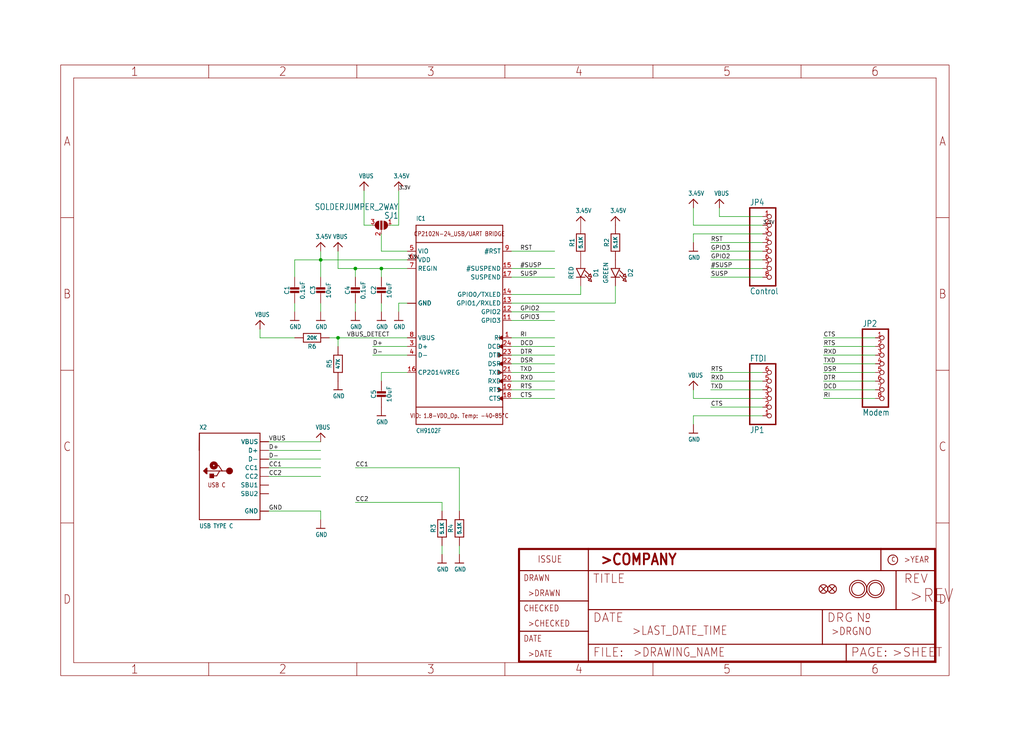
<source format=kicad_sch>
(kicad_sch (version 20211123) (generator eeschema)
  (paper "User" 300.076 217.881)
  (lib_symbols
    (symbol "eagleSchem-eagle-import:3.3V" (power)
      (property "Value" "3.3V" (at -1.524 1.016 0))
      (symbol "3.3V_1_0"
        (polyline (pts (xy -1.27 -1.27) (xy 0 0)) (stroke (width 0.254)))
        (polyline (pts (xy 0 0) (xy 1.27 -1.27)) (stroke (width 0.254)))
        (pin power_in line (at 0 -2.54 90) (length 2.54) (name "3.3V") (number "1"))
      )
    )
    (symbol "eagleSchem-eagle-import:CAP_CERAMIC0603_NO"
      (property "Reference" "C" (at -2.29 1.25 90))
      (property "Value" "CAP_CERAMIC0603_NO" (at 2.3 1.25 90))
      (symbol "CAP_CERAMIC0603_NO_1_0"
        (rectangle (start -1.27 0.508) (end 1.27 1.016) (fill (type outline)))
        (rectangle (start -1.27 1.524) (end 1.27 2.032) (fill (type outline)))
        (polyline (pts (xy 0 0.762) (xy 0 0)) (stroke (width 0.1524)))
        (polyline (pts (xy 0 2.54) (xy 0 1.778)) (stroke (width 0.1524)))
        (pin passive line (at 0 5.08 270) (length 2.54) (name "1") (number "1"))
        (pin passive line (at 0 -2.54 90) (length 2.54) (name "2") (number "2"))
      )
    )
    (symbol "eagleSchem-eagle-import:CAP_CERAMIC0805-NOOUTLINE"
      (property "Reference" "C" (at -2.29 1.25 90))
      (property "Value" "CAP_CERAMIC0805-NOOUTLINE" (at 2.3 1.25 90))
      (symbol "CAP_CERAMIC0805-NOOUTLINE_1_0"
        (rectangle (start -1.27 0.508) (end 1.27 1.016) (fill (type outline)))
        (rectangle (start -1.27 1.524) (end 1.27 2.032) (fill (type outline)))
        (polyline (pts (xy 0 0.762) (xy 0 0)) (stroke (width 0.1524)))
        (polyline (pts (xy 0 2.54) (xy 0 1.778)) (stroke (width 0.1524)))
        (pin passive line (at 0 5.08 270) (length 2.54) (name "1") (number "1"))
        (pin passive line (at 0 -2.54 90) (length 2.54) (name "2") (number "2"))
      )
    )
    (symbol "eagleSchem-eagle-import:CP2102N-24"
      (property "Reference" "IC" (at -12.7 29.21 0))
      (property "Value" "CP2102N-24" (at -12.7 -33.02 0))
      (symbol "CP2102N-24_1_0"
        (polyline (pts (xy -12.7 -30.48) (xy 12.7 -30.48)) (stroke (width 0.254)))
        (polyline (pts (xy -12.7 -25.4) (xy -12.7 -30.48)) (stroke (width 0.254)))
        (polyline (pts (xy -12.7 -25.4) (xy -12.7 22.86)) (stroke (width 0.254)))
        (polyline (pts (xy -12.7 22.86) (xy -12.7 27.94)) (stroke (width 0.254)))
        (polyline (pts (xy -12.7 22.86) (xy 12.7 22.86)) (stroke (width 0.254)))
        (polyline (pts (xy -12.7 27.94) (xy 12.7 27.94)) (stroke (width 0.254)))
        (polyline (pts (xy 12.7 -30.48) (xy 12.7 -25.4)) (stroke (width 0.254)))
        (polyline (pts (xy 12.7 -25.4) (xy -12.7 -25.4)) (stroke (width 0.254)))
        (polyline (pts (xy 12.7 22.86) (xy 12.7 -25.4)) (stroke (width 0.254)))
        (polyline (pts (xy 12.7 27.94) (xy 12.7 22.86)) (stroke (width 0.254)))
        (polyline (pts (xy 11.43 -19.685) (xy 11.43 -20.955) (xy 12.7 -20.32)) (fill (type outline)))
        (polyline (pts (xy 11.43 -14.605) (xy 11.43 -15.875) (xy 12.7 -15.24)) (fill (type outline)))
        (polyline (pts (xy 11.43 -9.525) (xy 11.43 -10.795) (xy 12.7 -10.16)) (fill (type outline)))
        (polyline (pts (xy 12.7 -22.225) (xy 11.43 -22.86) (xy 12.7 -23.495)) (fill (type outline)))
        (polyline (pts (xy 12.7 -17.145) (xy 11.43 -17.78) (xy 12.7 -18.415)) (fill (type outline)))
        (polyline (pts (xy 12.7 -12.065) (xy 11.43 -12.7) (xy 12.7 -13.335)) (fill (type outline)))
        (polyline (pts (xy 12.7 -6.985) (xy 11.43 -7.62) (xy 12.7 -8.255)) (fill (type outline)))
        (polyline (pts (xy 12.7 -4.445) (xy 11.43 -5.08) (xy 12.7 -5.715)) (fill (type outline)))
        (text "CP2102N-24_USB/UART BRIDGE" (at 0 25.4 0) (effects (font (size 1.27 1.0795))))
        (text "VIO: 1.8-VDD_Op. Temp: -40~85°C" (at 0 -27.94 0) (effects (font (size 1.27 1.0795))))
        (pin input line (at 15.24 -5.08 180) (length 2.54) (name "RI") (number "1"))
        (pin bidirectional line (at 15.24 0 180) (length 2.54) (name "GPIO3") (number "11"))
        (pin bidirectional line (at 15.24 2.54 180) (length 2.54) (name "GPIO2") (number "12"))
        (pin bidirectional line (at 15.24 5.08 180) (length 2.54) (name "GPIO1/RXLED") (number "13"))
        (pin bidirectional line (at 15.24 7.62 180) (length 2.54) (name "GPIO0/TXLED") (number "14"))
        (pin output line (at 15.24 15.24 180) (length 2.54) (name "#SUSPEND") (number "15"))
        (pin passive line (at -15.24 -15.24 0) (length 2.54) (name "CP2014VREG") (number "16"))
        (pin output line (at 15.24 12.7 180) (length 2.54) (name "SUSPEND") (number "17"))
        (pin input line (at 15.24 -22.86 180) (length 2.54) (name "CTS") (number "18"))
        (pin output line (at 15.24 -20.32 180) (length 2.54) (name "RTS") (number "19"))
        (pin power_in line (at -15.24 5.08 0) (length 2.54) (name "GND") (number "2"))
        (pin input line (at 15.24 -17.78 180) (length 2.54) (name "RXD") (number "20"))
        (pin output line (at 15.24 -15.24 180) (length 2.54) (name "TXD") (number "21"))
        (pin input line (at 15.24 -12.7 180) (length 2.54) (name "DSR") (number "22"))
        (pin output line (at 15.24 -10.16 180) (length 2.54) (name "DTR") (number "23"))
        (pin input line (at 15.24 -7.62 180) (length 2.54) (name "DCD") (number "24"))
        (pin bidirectional line (at -15.24 -7.62 0) (length 2.54) (name "D+") (number "3"))
        (pin bidirectional line (at -15.24 -10.16 0) (length 2.54) (name "D-") (number "4"))
        (pin power_in line (at -15.24 20.32 0) (length 2.54) (name "VIO") (number "5"))
        (pin power_in line (at -15.24 17.78 0) (length 2.54) (name "VDD") (number "6"))
        (pin power_in line (at -15.24 15.24 0) (length 2.54) (name "REGIN") (number "7"))
        (pin power_in line (at -15.24 -5.08 0) (length 2.54) (name "VBUS") (number "8"))
        (pin bidirectional line (at 15.24 20.32 180) (length 2.54) (name "#RST") (number "9"))
        (pin power_in line (at -15.24 5.08 0) (length 2.54) (name "GND") (number "THERM"))
      )
    )
    (symbol "eagleSchem-eagle-import:FIDUCIAL_1MM"
      (symbol "FIDUCIAL_1MM_1_0"
        (polyline (pts (xy -0.762 0.762) (xy 0.762 -0.762)) (stroke (width 0.254)))
        (polyline (pts (xy 0.762 0.762) (xy -0.762 -0.762)) (stroke (width 0.254)))
        (circle (center 0 0) (radius 1.27) (stroke (width 0.254)))
      )
    )
    (symbol "eagleSchem-eagle-import:FRAME_A4"
      (symbol "FRAME_A4_1_0"
        (polyline (pts (xy 0 44.7675) (xy 3.81 44.7675)))
        (polyline (pts (xy 0 89.535) (xy 3.81 89.535)))
        (polyline (pts (xy 0 134.3025) (xy 3.81 134.3025)))
        (polyline (pts (xy 3.81 3.81) (xy 3.81 175.26)))
        (polyline (pts (xy 43.3917 0) (xy 43.3917 3.81)))
        (polyline (pts (xy 43.3917 175.26) (xy 43.3917 179.07)))
        (polyline (pts (xy 86.7833 0) (xy 86.7833 3.81)))
        (polyline (pts (xy 86.7833 175.26) (xy 86.7833 179.07)))
        (polyline (pts (xy 130.175 0) (xy 130.175 3.81)))
        (polyline (pts (xy 130.175 175.26) (xy 130.175 179.07)))
        (polyline (pts (xy 173.5667 0) (xy 173.5667 3.81)))
        (polyline (pts (xy 173.5667 175.26) (xy 173.5667 179.07)))
        (polyline (pts (xy 216.9583 0) (xy 216.9583 3.81)))
        (polyline (pts (xy 216.9583 175.26) (xy 216.9583 179.07)))
        (polyline (pts (xy 256.54 3.81) (xy 3.81 3.81)))
        (polyline (pts (xy 256.54 3.81) (xy 256.54 8.89)) (stroke (width 0.1016)))
        (polyline (pts (xy 256.54 3.81) (xy 256.54 175.26)))
        (polyline (pts (xy 256.54 8.89) (xy 256.54 13.97)) (stroke (width 0.1016)))
        (polyline (pts (xy 256.54 13.97) (xy 256.54 19.05)) (stroke (width 0.1016)))
        (polyline (pts (xy 256.54 19.05) (xy 256.54 36.83)) (stroke (width 0.1016)))
        (polyline (pts (xy 256.54 44.7675) (xy 260.35 44.7675)))
        (polyline (pts (xy 256.54 89.535) (xy 260.35 89.535)))
        (polyline (pts (xy 256.54 134.3025) (xy 260.35 134.3025)))
        (polyline (pts (xy 256.54 175.26) (xy 3.81 175.26)))
        (polyline (pts (xy 0 0) (xy 260.35 0) (xy 260.35 179.07) (xy 0 179.07) (xy 0 0)))
        (text "1" (at 21.6958 1.905 0) (effects (font (size 2.54 2.286))))
        (text "1" (at 21.6958 177.165 0) (effects (font (size 2.54 2.286))))
        (text "2" (at 65.0875 1.905 0) (effects (font (size 2.54 2.286))))
        (text "2" (at 65.0875 177.165 0) (effects (font (size 2.54 2.286))))
        (text "3" (at 108.4792 1.905 0) (effects (font (size 2.54 2.286))))
        (text "3" (at 108.4792 177.165 0) (effects (font (size 2.54 2.286))))
        (text "4" (at 151.8708 1.905 0) (effects (font (size 2.54 2.286))))
        (text "4" (at 151.8708 177.165 0) (effects (font (size 2.54 2.286))))
        (text "5" (at 195.2625 1.905 0) (effects (font (size 2.54 2.286))))
        (text "5" (at 195.2625 177.165 0) (effects (font (size 2.54 2.286))))
        (text "6" (at 238.6542 1.905 0) (effects (font (size 2.54 2.286))))
        (text "6" (at 238.6542 177.165 0) (effects (font (size 2.54 2.286))))
        (text "A" (at 1.905 156.6863 0) (effects (font (size 2.54 2.286))))
        (text "A" (at 258.445 156.6863 0) (effects (font (size 2.54 2.286))))
        (text "B" (at 1.905 111.9188 0) (effects (font (size 2.54 2.286))))
        (text "B" (at 258.445 111.9188 0) (effects (font (size 2.54 2.286))))
        (text "C" (at 1.905 67.1513 0) (effects (font (size 2.54 2.286))))
        (text "C" (at 258.445 67.1513 0) (effects (font (size 2.54 2.286))))
        (text "D" (at 1.905 22.3838 0) (effects (font (size 2.54 2.286))))
        (text "D" (at 258.445 22.3838 0) (effects (font (size 2.54 2.286))))
      )
      (symbol "FRAME_A4_2_0"
        (polyline (pts (xy -0.3048 1.5748) (xy 20.0152 1.5748)) (stroke (width 0.6096)))
        (polyline (pts (xy -0.3048 10.4648) (xy -0.3048 1.5748)) (stroke (width 0.6096)))
        (polyline (pts (xy -0.3048 10.4648) (xy 20.0152 10.4648)) (stroke (width 0.3048)))
        (polyline (pts (xy -0.3048 19.3548) (xy -0.3048 10.4648)) (stroke (width 0.6096)))
        (polyline (pts (xy -0.3048 19.3548) (xy 20.0152 19.3548)) (stroke (width 0.3048)))
        (polyline (pts (xy -0.3048 28.2448) (xy -0.3048 19.3548)) (stroke (width 0.6096)))
        (polyline (pts (xy -0.3048 28.2448) (xy 20.0152 28.2448)) (stroke (width 0.3048)))
        (polyline (pts (xy -0.3048 34.5948) (xy -0.3048 28.2448)) (stroke (width 0.6096)))
        (polyline (pts (xy 20.0152 1.5748) (xy 20.0152 6.6548)) (stroke (width 0.3048)))
        (polyline (pts (xy 20.0152 1.5748) (xy 95.5802 1.5748)) (stroke (width 0.6096)))
        (polyline (pts (xy 20.0152 6.6548) (xy 20.0152 10.4648)) (stroke (width 0.3048)))
        (polyline (pts (xy 20.0152 6.6548) (xy 88.5952 6.6548)) (stroke (width 0.3048)))
        (polyline (pts (xy 20.0152 10.4648) (xy 20.0152 16.8148)) (stroke (width 0.3048)))
        (polyline (pts (xy 20.0152 16.8148) (xy 20.0152 19.3548)) (stroke (width 0.3048)))
        (polyline (pts (xy 20.0152 19.3548) (xy 20.0152 28.2448)) (stroke (width 0.3048)))
        (polyline (pts (xy 20.0152 28.2448) (xy 20.0152 34.5948)) (stroke (width 0.3048)))
        (polyline (pts (xy 20.0152 28.2448) (xy 105.7402 28.2448)) (stroke (width 0.3048)))
        (polyline (pts (xy 20.0152 34.5948) (xy -0.3048 34.5948)) (stroke (width 0.6096)))
        (polyline (pts (xy 88.5952 6.6548) (xy 95.5802 6.6548)) (stroke (width 0.3048)))
        (polyline (pts (xy 88.5952 16.8148) (xy 20.0152 16.8148)) (stroke (width 0.3048)))
        (polyline (pts (xy 88.5952 16.8148) (xy 88.5952 6.6548)) (stroke (width 0.3048)))
        (polyline (pts (xy 95.5802 1.5748) (xy 121.6152 1.5748)) (stroke (width 0.6096)))
        (polyline (pts (xy 95.5802 6.6548) (xy 95.5802 1.5748)) (stroke (width 0.3048)))
        (polyline (pts (xy 95.5802 6.6548) (xy 121.6152 6.6548)) (stroke (width 0.3048)))
        (polyline (pts (xy 101.2952 13.3223) (xy 102.2477 13.3223)) (stroke (width 0.254)))
        (polyline (pts (xy 105.7402 28.2448) (xy 105.7402 34.5948)) (stroke (width 0.3048)))
        (polyline (pts (xy 105.7402 28.2448) (xy 110.1852 28.2448)) (stroke (width 0.3048)))
        (polyline (pts (xy 105.7402 34.5948) (xy 20.0152 34.5948)) (stroke (width 0.6096)))
        (polyline (pts (xy 110.1852 16.8148) (xy 88.5952 16.8148)) (stroke (width 0.3048)))
        (polyline (pts (xy 110.1852 28.2448) (xy 110.1852 16.8148)) (stroke (width 0.3048)))
        (polyline (pts (xy 110.1852 28.2448) (xy 121.6152 28.2448)) (stroke (width 0.3048)))
        (polyline (pts (xy 121.6152 6.6548) (xy 121.6152 1.5748)) (stroke (width 0.6096)))
        (polyline (pts (xy 121.6152 16.8148) (xy 110.1852 16.8148)) (stroke (width 0.3048)))
        (polyline (pts (xy 121.6152 16.8148) (xy 121.6152 6.6548)) (stroke (width 0.6096)))
        (polyline (pts (xy 121.6152 28.2448) (xy 121.6152 16.8148)) (stroke (width 0.6096)))
        (polyline (pts (xy 121.6152 34.5948) (xy 105.7402 34.5948)) (stroke (width 0.6096)))
        (polyline (pts (xy 121.6152 34.5948) (xy 121.6152 28.2448)) (stroke (width 0.6096)))
        (circle (center 109.2327 31.4198) (radius 1.4199) (stroke (width 0.254)))
        (text ">CHECKED" (at 2.2352 11.7348 0) (effects (font (size 1.778 1.5113)) (justify left bottom)))
        (text ">COMPANY" (at 23.349 29.6735 0) (effects (font (size 3.175 2.6987) (thickness 0.5397) bold) (justify left bottom)))
        (text ">DATE" (at 2.2352 2.8448 0) (effects (font (size 1.778 1.5113)) (justify left bottom)))
        (text ">DRAWING_NAME" (at 33.0327 2.8448 0) (effects (font (size 2.54 2.159)) (justify left bottom)))
        (text ">DRAWN" (at 2.2352 20.6248 0) (effects (font (size 1.778 1.5113)) (justify left bottom)))
        (text ">DRGNO" (at 91.1352 9.1948 0) (effects (font (size 2.1844 1.8567)) (justify left bottom)))
        (text ">LAST_DATE_TIME" (at 32.7152 9.1948 0) (effects (font (size 2.54 2.159)) (justify left bottom)))
        (text ">REV" (at 113.9952 18.7198 0) (effects (font (size 3.81 3.2385)) (justify left bottom)))
        (text ">SHEET" (at 108.9152 2.8448 0) (effects (font (size 2.54 2.54)) (justify left bottom)))
        (text ">YEAR" (at 112.4077 30.4673 0) (effects (font (size 1.778 1.5113)) (justify left bottom)))
        (text "C" (at 108.7564 30.7848 0) (effects (font (size 1.27 1.0795)) (justify left bottom)))
        (text "CHECKED" (at 0.9652 16.1798 0) (effects (font (size 1.778 1.5113)) (justify left bottom)))
        (text "DATE" (at 0.9652 7.2898 0) (effects (font (size 1.778 1.5113)) (justify left bottom)))
        (text "DATE" (at 21.2852 13.0048 0) (effects (font (size 2.54 2.54)) (justify left bottom)))
        (text "DRAWN" (at 0.9652 25.0698 0) (effects (font (size 1.778 1.5113)) (justify left bottom)))
        (text "DRG" (at 89.8652 13.0048 0) (effects (font (size 2.54 2.54)) (justify left bottom)))
        (text "FILE:" (at 21.2852 2.8448 0) (effects (font (size 2.54 2.54)) (justify left bottom)))
        (text "ISSUE" (at 5.0927 30.4673 0) (effects (font (size 1.9304 1.6408)) (justify left bottom)))
        (text "N" (at 98.4377 13.0048 0) (effects (font (size 2.54 2.54)) (justify left bottom)))
        (text "o" (at 100.9777 13.9573 0) (effects (font (size 2.1844 1.8567)) (justify left bottom)))
        (text "PAGE:" (at 96.8502 2.8448 0) (effects (font (size 2.54 2.54)) (justify left bottom)))
        (text "REV" (at 112.4077 24.4348 0) (effects (font (size 2.54 2.54)) (justify left bottom)))
        (text "TITLE" (at 21.2852 24.4348 0) (effects (font (size 2.54 2.54)) (justify left bottom)))
      )
    )
    (symbol "eagleSchem-eagle-import:GND" (power)
      (property "Value" "GND" (at -1.524 -2.54 0))
      (symbol "GND_1_0"
        (polyline (pts (xy -1.27 0) (xy 1.27 0)) (stroke (width 0.254)))
        (pin power_in line (at 0 2.54 270) (length 2.54) (name "GND") (number "1"))
      )
    )
    (symbol "eagleSchem-eagle-import:HEADER-1X676MIL"
      (property "Reference" "JP" (at -6.35 10.795 0))
      (property "Value" "HEADER-1X676MIL" (at -6.35 -10.16 0))
      (symbol "HEADER-1X676MIL_1_0"
        (polyline (pts (xy -6.35 -7.62) (xy 1.27 -7.62)) (stroke (width 0.4064)))
        (polyline (pts (xy -6.35 10.16) (xy -6.35 -7.62)) (stroke (width 0.4064)))
        (polyline (pts (xy 1.27 -7.62) (xy 1.27 10.16)) (stroke (width 0.4064)))
        (polyline (pts (xy 1.27 10.16) (xy -6.35 10.16)) (stroke (width 0.4064)))
        (pin passive inverted (at -2.54 7.62 0) (length 2.54) (name "1") (number "1"))
        (pin passive inverted (at -2.54 5.08 0) (length 2.54) (name "2") (number "2"))
        (pin passive inverted (at -2.54 2.54 0) (length 2.54) (name "3") (number "3"))
        (pin passive inverted (at -2.54 0 0) (length 2.54) (name "4") (number "4"))
        (pin passive inverted (at -2.54 -2.54 0) (length 2.54) (name "5") (number "5"))
        (pin passive inverted (at -2.54 -5.08 0) (length 2.54) (name "6") (number "6"))
      )
    )
    (symbol "eagleSchem-eagle-import:HEADER-1X870MIL"
      (property "Reference" "JP" (at -6.35 13.335 0))
      (property "Value" "HEADER-1X870MIL" (at -6.35 -12.7 0))
      (symbol "HEADER-1X870MIL_1_0"
        (polyline (pts (xy -6.35 -10.16) (xy 1.27 -10.16)) (stroke (width 0.4064)))
        (polyline (pts (xy -6.35 12.7) (xy -6.35 -10.16)) (stroke (width 0.4064)))
        (polyline (pts (xy 1.27 -10.16) (xy 1.27 12.7)) (stroke (width 0.4064)))
        (polyline (pts (xy 1.27 12.7) (xy -6.35 12.7)) (stroke (width 0.4064)))
        (pin passive inverted (at -2.54 10.16 0) (length 2.54) (name "1") (number "1"))
        (pin passive inverted (at -2.54 7.62 0) (length 2.54) (name "2") (number "2"))
        (pin passive inverted (at -2.54 5.08 0) (length 2.54) (name "3") (number "3"))
        (pin passive inverted (at -2.54 2.54 0) (length 2.54) (name "4") (number "4"))
        (pin passive inverted (at -2.54 0 0) (length 2.54) (name "5") (number "5"))
        (pin passive inverted (at -2.54 -2.54 0) (length 2.54) (name "6") (number "6"))
        (pin passive inverted (at -2.54 -5.08 0) (length 2.54) (name "7") (number "7"))
        (pin passive inverted (at -2.54 -7.62 0) (length 2.54) (name "8") (number "8"))
      )
    )
    (symbol "eagleSchem-eagle-import:LED0603_NOOUTLINE"
      (property "Reference" "D" (at -1.27 4.445 0))
      (property "Value" "LED0603_NOOUTLINE" (at -1.27 -2.794 0))
      (symbol "LED0603_NOOUTLINE_1_0"
        (polyline (pts (xy -2.54 -1.27) (xy 0 0)) (stroke (width 0.254)))
        (polyline (pts (xy -2.54 1.27) (xy -2.54 -1.27)) (stroke (width 0.254)))
        (polyline (pts (xy -1.905 1.27) (xy -0.635 2.54)) (stroke (width 0.254)))
        (polyline (pts (xy -0.9525 2.8575) (xy -0.3175 2.2225)) (stroke (width 0.254)))
        (polyline (pts (xy -0.635 1.27) (xy 0.635 2.54)) (stroke (width 0.254)))
        (polyline (pts (xy -0.3175 2.2225) (xy 0 3.175)) (stroke (width 0.254)))
        (polyline (pts (xy 0 0) (xy -2.54 1.27)) (stroke (width 0.254)))
        (polyline (pts (xy 0 0) (xy 0 -1.27)) (stroke (width 0.254)))
        (polyline (pts (xy 0 1.27) (xy 0 0)) (stroke (width 0.254)))
        (polyline (pts (xy 0 3.175) (xy -0.9525 2.8575)) (stroke (width 0.254)))
        (polyline (pts (xy 0.3175 2.8575) (xy 0.9525 2.2225)) (stroke (width 0.254)))
        (polyline (pts (xy 0.9525 2.2225) (xy 1.27 3.175)) (stroke (width 0.254)))
        (polyline (pts (xy 1.27 3.175) (xy 0.3175 2.8575)) (stroke (width 0.254)))
        (pin passive line (at -5.08 0 0) (length 2.54) (name "A") (number "A"))
        (pin passive line (at 2.54 0 180) (length 2.54) (name "C") (number "C"))
      )
    )
    (symbol "eagleSchem-eagle-import:MOUNTINGHOLE2.5"
      (symbol "MOUNTINGHOLE2.5_1_0"
        (circle (center 0 0) (radius 1.905) (stroke (width 0.254)))
        (circle (center 0 0) (radius 2.54) (stroke (width 0.254)))
      )
    )
    (symbol "eagleSchem-eagle-import:RESISTOR_0603_NOOUT"
      (property "Reference" "R" (at 0 2.54 0))
      (property "Value" "RESISTOR_0603_NOOUT" (at 0 0 0))
      (symbol "RESISTOR_0603_NOOUT_1_0"
        (polyline (pts (xy -2.54 -1.27) (xy -2.54 1.27)) (stroke (width 0.254)))
        (polyline (pts (xy -2.54 1.27) (xy 2.54 1.27)) (stroke (width 0.254)))
        (polyline (pts (xy 2.54 -1.27) (xy -2.54 -1.27)) (stroke (width 0.254)))
        (polyline (pts (xy 2.54 1.27) (xy 2.54 -1.27)) (stroke (width 0.254)))
        (pin passive line (at -5.08 0 0) (length 2.54) (name "1") (number "1"))
        (pin passive line (at 5.08 0 180) (length 2.54) (name "2") (number "2"))
      )
    )
    (symbol "eagleSchem-eagle-import:SOLDERJUMPER_2WAY"
      (property "Reference" "SJ" (at -5.08 -3.81 0))
      (property "Value" "SOLDERJUMPER_2WAY" (at -5.08 -6.35 0))
      (symbol "SOLDERJUMPER_2WAY_1_0"
        (arc (start -0.635 1.27) (mid -1.905 0) (end -0.635 -1.27) (stroke (width 0.0001)) (fill (type outline)))
        (rectangle (start -0.254 -1.27) (end 0.254 1.27) (fill (type outline)))
        (polyline (pts (xy -2.54 0) (xy -1.651 0)) (stroke (width 0.1524)))
        (polyline (pts (xy 0 2.54) (xy 0 0.381)) (stroke (width 0.1524)))
        (polyline (pts (xy 2.54 0) (xy 1.651 0)) (stroke (width 0.1524)))
        (arc (start 0.635 -1.27) (mid 1.905 0) (end 0.635 1.27) (stroke (width 0.0001)) (fill (type outline)))
        (pin passive line (at -2.54 0 0) (length 0) (name "1") (number "1"))
        (pin passive line (at 0 2.54 270) (length 0) (name "2") (number "2"))
        (pin passive line (at 2.54 0 180) (length 0) (name "3") (number "3"))
      )
    )
    (symbol "eagleSchem-eagle-import:USB_C"
      (property "Reference" "X" (at -10.16 13.716 0))
      (property "Value" "USB_C" (at -10.16 -15.24 0))
      (symbol "USB_C_1_0"
        (rectangle (start -7.12 -0.45) (end -5.92 0.75) (fill (type outline)))
        (circle (center -5.92 3.2) (radius 0.2) (stroke (width 1)))
        (circle (center -1.32 1.6) (radius 0.5) (stroke (width 1)))
        (polyline (pts (xy -10.2 7.62) (xy -10.16 12.7)) (stroke (width 0.254)))
        (polyline (pts (xy -10.16 -12.7) (xy 7.62 -12.7)) (stroke (width 0.254)))
        (polyline (pts (xy -10.16 12.7) (xy -10.16 -12.7)) (stroke (width 0.254)))
        (polyline (pts (xy -10.16 12.7) (xy 7.62 12.7)) (stroke (width 0.254)))
        (polyline (pts (xy -8.92 1.6) (xy -8.12 2.4)) (stroke (width 0.254)))
        (polyline (pts (xy -8.52 1.4) (xy -8.32 1.2)) (stroke (width 0.254)))
        (polyline (pts (xy -8.52 1.6) (xy -8.52 1.4)) (stroke (width 0.254)))
        (polyline (pts (xy -8.32 1.2) (xy -8.32 2)) (stroke (width 0.254)))
        (polyline (pts (xy -8.32 2) (xy -8.72 1.6)) (stroke (width 0.254)))
        (polyline (pts (xy -8.12 0.8) (xy -8.92 1.6)) (stroke (width 0.254)))
        (polyline (pts (xy -8.12 1) (xy -8.12 2.4)) (stroke (width 0.254)))
        (polyline (pts (xy -8.12 2.4) (xy -7.92 2.4)) (stroke (width 0.254)))
        (polyline (pts (xy -7.92 0.8) (xy -8.12 0.8)) (stroke (width 0.254)))
        (polyline (pts (xy -7.92 1.6) (xy -7.92 0.8)) (stroke (width 0.254)))
        (polyline (pts (xy -7.92 2.4) (xy -7.92 1.6)) (stroke (width 0.254)))
        (polyline (pts (xy -6.27 0.15) (xy -5.07 0.15)) (stroke (width 0.254)))
        (polyline (pts (xy -5.52 3.2) (xy -4.52 3.2)) (stroke (width 0.254)))
        (polyline (pts (xy -5.07 0.15) (xy -4.22 1.6)) (stroke (width 0.254)))
        (polyline (pts (xy -4.52 3.2) (xy -3.47 1.6)) (stroke (width 0.254)))
        (polyline (pts (xy -4.22 1.6) (xy -7.92 1.6)) (stroke (width 0.254)))
        (polyline (pts (xy -3.47 1.6) (xy -4.22 1.6)) (stroke (width 0.254)))
        (polyline (pts (xy -1.32 1.6) (xy -3.47 1.6)) (stroke (width 0.254)))
        (polyline (pts (xy 7.62 12.7) (xy 7.62 -12.7)) (stroke (width 0.254)))
        (text "USB C" (at -5.08 -2.54 0) (effects (font (size 1.27 1.0795))))
        (pin power_in line (at 10.16 -10.16 180) (length 2.54) (name "GND") (number "A1B12"))
        (pin power_in line (at 10.16 10.16 180) (length 2.54) (name "VBUS") (number "A4B9"))
        (pin bidirectional line (at 10.16 2.54 180) (length 2.54) (name "CC1") (number "A5"))
        (pin bidirectional line (at 10.16 7.62 180) (length 2.54) (name "D+") (number "A6"))
        (pin bidirectional line (at 10.16 5.08 180) (length 2.54) (name "D-") (number "A7"))
        (pin bidirectional line (at 10.16 -2.54 180) (length 2.54) (name "SBU1") (number "A8"))
        (pin power_in line (at 10.16 -10.16 180) (length 2.54) (name "GND") (number "B1A12"))
        (pin power_in line (at 10.16 10.16 180) (length 2.54) (name "VBUS") (number "B4A9"))
        (pin bidirectional line (at 10.16 0 180) (length 2.54) (name "CC2") (number "B5"))
        (pin bidirectional line (at 10.16 7.62 180) (length 2.54) (name "D+") (number "B6"))
        (pin bidirectional line (at 10.16 5.08 180) (length 2.54) (name "D-") (number "B7"))
        (pin bidirectional line (at 10.16 -5.08 180) (length 2.54) (name "SBU2") (number "B8"))
      )
    )
    (symbol "eagleSchem-eagle-import:VBUS" (power)
      (property "Value" "VBUS" (at -1.524 1.016 0))
      (symbol "VBUS_1_0"
        (polyline (pts (xy -1.27 -1.27) (xy 0 0)) (stroke (width 0.254)))
        (polyline (pts (xy 0 0) (xy 1.27 -1.27)) (stroke (width 0.254)))
        (pin power_in line (at 0 -2.54 90) (length 2.54) (name "VBUS") (number "1"))
      )
    )
  )
  (junction (at 99.06 99.06))
  (junction (at 104.14 78.74))
  (junction (at 93.98 76.2))
  (junction (at 111.76 78.74))
  (wire (pts (xy 223.52 109.22) (xy 208.28 109.22)))
  (wire (pts (xy 162.56 114.3) (xy 149.86 114.3)))
  (wire (pts (xy 208.28 76.2) (xy 223.52 76.2)))
  (wire (pts (xy 149.86 91.44) (xy 162.56 91.44)))
  (wire (pts (xy 104.14 78.74) (xy 104.14 81.28)))
  (wire (pts (xy 223.52 116.84) (xy 203.2 116.84)))
  (wire (pts (xy 111.76 109.22) (xy 111.76 111.76)))
  (wire (pts (xy 93.98 76.2) (xy 93.98 81.28)))
  (wire (pts (xy 116.84 55.88) (xy 116.84 66.04)))
  (wire (pts (xy 119.38 109.22) (xy 111.76 109.22)))
  (wire (pts (xy 99.06 78.74) (xy 99.06 73.66)))
  (wire (pts (xy 93.98 149.86) (xy 93.98 152.4)))
  (wire (pts (xy 256.54 106.68) (xy 241.3 106.68)))
  (wire (pts (xy 119.38 78.74) (xy 111.76 78.74)))
  (wire (pts (xy 111.76 88.9) (xy 111.76 91.44)))
  (wire (pts (xy 116.84 88.9) (xy 116.84 91.44)))
  (wire (pts (xy 223.52 121.92) (xy 203.2 121.92)))
  (wire (pts (xy 208.28 114.3) (xy 223.52 114.3)))
  (wire (pts (xy 241.3 99.06) (xy 256.54 99.06)))
  (wire (pts (xy 180.34 88.9) (xy 180.34 83.82)))
  (wire (pts (xy 78.74 137.16) (xy 93.98 137.16)))
  (wire (pts (xy 93.98 76.2) (xy 86.36 76.2)))
  (wire (pts (xy 203.2 121.92) (xy 203.2 124.46)))
  (wire (pts (xy 129.54 160.02) (xy 129.54 162.56)))
  (wire (pts (xy 149.86 86.36) (xy 170.18 86.36)))
  (wire (pts (xy 241.3 109.22) (xy 256.54 109.22)))
  (wire (pts (xy 86.36 88.9) (xy 86.36 91.44)))
  (wire (pts (xy 149.86 101.6) (xy 162.56 101.6)))
  (wire (pts (xy 134.62 137.16) (xy 134.62 149.86)))
  (wire (pts (xy 99.06 99.06) (xy 99.06 101.6)))
  (wire (pts (xy 116.84 66.04) (xy 114.3 66.04)))
  (wire (pts (xy 111.76 78.74) (xy 104.14 78.74)))
  (wire (pts (xy 223.52 78.74) (xy 208.28 78.74)))
  (wire (pts (xy 149.86 99.06) (xy 162.56 99.06)))
  (wire (pts (xy 210.82 60.96) (xy 210.82 63.5)))
  (wire (pts (xy 203.2 116.84) (xy 203.2 114.3)))
  (wire (pts (xy 149.86 106.68) (xy 162.56 106.68)))
  (wire (pts (xy 119.38 88.9) (xy 116.84 88.9)))
  (wire (pts (xy 106.68 66.04) (xy 106.68 55.88)))
  (wire (pts (xy 149.86 109.22) (xy 162.56 109.22)))
  (wire (pts (xy 149.86 81.28) (xy 162.56 81.28)))
  (wire (pts (xy 149.86 93.98) (xy 162.56 93.98)))
  (wire (pts (xy 149.86 73.66) (xy 162.56 73.66)))
  (wire (pts (xy 104.14 78.74) (xy 99.06 78.74)))
  (wire (pts (xy 241.3 116.84) (xy 256.54 116.84)))
  (wire (pts (xy 78.74 139.7) (xy 93.98 139.7)))
  (wire (pts (xy 223.52 111.76) (xy 208.28 111.76)))
  (wire (pts (xy 256.54 101.6) (xy 241.3 101.6)))
  (wire (pts (xy 111.76 73.66) (xy 111.76 68.58)))
  (wire (pts (xy 223.52 66.04) (xy 203.2 66.04)))
  (wire (pts (xy 129.54 147.32) (xy 129.54 149.86)))
  (wire (pts (xy 223.52 119.38) (xy 208.28 119.38)))
  (wire (pts (xy 93.98 129.54) (xy 78.74 129.54)))
  (wire (pts (xy 223.52 68.58) (xy 203.2 68.58)))
  (wire (pts (xy 119.38 73.66) (xy 111.76 73.66)))
  (wire (pts (xy 86.36 99.06) (xy 76.2 99.06)))
  (wire (pts (xy 86.36 76.2) (xy 86.36 81.28)))
  (wire (pts (xy 93.98 88.9) (xy 93.98 91.44)))
  (wire (pts (xy 241.3 111.76) (xy 256.54 111.76)))
  (wire (pts (xy 78.74 134.62) (xy 93.98 134.62)))
  (wire (pts (xy 109.22 66.04) (xy 106.68 66.04)))
  (wire (pts (xy 162.56 116.84) (xy 149.86 116.84)))
  (wire (pts (xy 208.28 73.66) (xy 223.52 73.66)))
  (wire (pts (xy 149.86 88.9) (xy 180.34 88.9)))
  (wire (pts (xy 93.98 149.86) (xy 78.74 149.86)))
  (wire (pts (xy 149.86 78.74) (xy 162.56 78.74)))
  (wire (pts (xy 104.14 88.9) (xy 104.14 91.44)))
  (wire (pts (xy 203.2 68.58) (xy 203.2 71.12)))
  (wire (pts (xy 99.06 99.06) (xy 96.52 99.06)))
  (wire (pts (xy 134.62 162.56) (xy 134.62 160.02)))
  (wire (pts (xy 241.3 104.14) (xy 256.54 104.14)))
  (wire (pts (xy 210.82 63.5) (xy 223.52 63.5)))
  (wire (pts (xy 208.28 71.12) (xy 223.52 71.12)))
  (wire (pts (xy 241.3 114.3) (xy 256.54 114.3)))
  (wire (pts (xy 119.38 99.06) (xy 99.06 99.06)))
  (wire (pts (xy 162.56 111.76) (xy 149.86 111.76)))
  (wire (pts (xy 76.2 99.06) (xy 76.2 96.52)))
  (wire (pts (xy 119.38 76.2) (xy 93.98 76.2)))
  (wire (pts (xy 78.74 132.08) (xy 93.98 132.08)))
  (wire (pts (xy 111.76 78.74) (xy 111.76 81.28)))
  (wire (pts (xy 170.18 86.36) (xy 170.18 83.82)))
  (wire (pts (xy 149.86 104.14) (xy 162.56 104.14)))
  (wire (pts (xy 203.2 66.04) (xy 203.2 60.96)))
  (wire (pts (xy 208.28 81.28) (xy 223.52 81.28)))
  (wire (pts (xy 104.14 147.32) (xy 129.54 147.32)))
  (wire (pts (xy 109.22 104.14) (xy 119.38 104.14)))
  (wire (pts (xy 93.98 76.2) (xy 93.98 73.66)))
  (wire (pts (xy 109.22 101.6) (xy 119.38 101.6)))
  (wire (pts (xy 104.14 137.16) (xy 134.62 137.16)))
  (label "GPIO2" (at 152.4 91.44 0) (effects (font (size 1.2446 1.2446))))
  (label "DTR" (at 152.4 104.14 0) (effects (font (size 1.2446 1.2446))))
  (label "CTS" (at 241.3 99.06 0) (effects (font (size 1.2446 1.2446))))
  (label "RXD" (at 208.28 111.76 0) (effects (font (size 1.2446 1.2446))))
  (label "GPIO2" (at 208.28 76.2 0) (effects (font (size 1.2446 1.2446))))
  (label "DTR" (at 241.3 111.76 0) (effects (font (size 1.2446 1.2446))))
  (label "RXD" (at 241.3 104.14 0) (effects (font (size 1.2446 1.2446))))
  (label "DCD" (at 152.4 101.6 0) (effects (font (size 1.2446 1.2446))))
  (label "VBUS_DETECT" (at 101.6 99.06 0) (effects (font (size 1.2446 1.2446))))
  (label "D+" (at 78.74 132.08 0) (effects (font (size 1.2446 1.2446))))
  (label "D-" (at 78.74 134.62 0) (effects (font (size 1.2446 1.2446))))
  (label "VBUS" (at 78.74 129.54 0) (effects (font (size 1.2446 1.2446))))
  (label "RST" (at 152.4 73.66 0) (effects (font (size 1.2446 1.2446))))
  (label "GPIO3" (at 152.4 93.98 0) (effects (font (size 1.2446 1.2446))))
  (label "RI" (at 152.4 99.06 0) (effects (font (size 1.2446 1.2446))))
  (label "GND" (at 78.74 149.86 0) (effects (font (size 1.2446 1.2446))))
  (label "#SUSP" (at 152.4 78.74 0) (effects (font (size 1.2446 1.2446))))
  (label "TXD" (at 208.28 114.3 0) (effects (font (size 1.2446 1.2446))))
  (label "3.3V" (at 223.52 66.04 0) (effects (font (size 1.016 1.016))))
  (label "3.3V" (at 116.84 55.88 0) (effects (font (size 1.016 1.016))))
  (label "DCD" (at 241.3 114.3 0) (effects (font (size 1.2446 1.2446))))
  (label "#SUSP" (at 208.28 78.74 0) (effects (font (size 1.2446 1.2446))))
  (label "DSR" (at 152.4 106.68 0) (effects (font (size 1.2446 1.2446))))
  (label "SUSP" (at 152.4 81.28 0) (effects (font (size 1.2446 1.2446))))
  (label "CTS" (at 152.4 116.84 0) (effects (font (size 1.2446 1.2446))))
  (label "RI" (at 241.3 116.84 0) (effects (font (size 1.2446 1.2446))))
  (label "CTS" (at 208.28 119.38 0) (effects (font (size 1.2446 1.2446))))
  (label "D-" (at 109.22 104.14 0) (effects (font (size 1.2446 1.2446))))
  (label "CC1" (at 78.74 137.16 0) (effects (font (size 1.2446 1.2446))))
  (label "GPIO3" (at 208.28 73.66 0) (effects (font (size 1.2446 1.2446))))
  (label "CC2" (at 78.74 139.7 0) (effects (font (size 1.2446 1.2446))))
  (label "RTS" (at 208.28 109.22 0) (effects (font (size 1.2446 1.2446))))
  (label "SUSP" (at 208.28 81.28 0) (effects (font (size 1.2446 1.2446))))
  (label "RTS" (at 241.3 101.6 0) (effects (font (size 1.2446 1.2446))))
  (label "CC2" (at 104.14 147.32 0) (effects (font (size 1.2446 1.2446))))
  (label "DSR" (at 241.3 109.22 0) (effects (font (size 1.2446 1.2446))))
  (label "RTS" (at 152.4 114.3 0) (effects (font (size 1.2446 1.2446))))
  (label "D+" (at 109.22 101.6 0) (effects (font (size 1.2446 1.2446))))
  (label "TXD" (at 241.3 106.68 0) (effects (font (size 1.2446 1.2446))))
  (label "TXD" (at 152.4 109.22 0) (effects (font (size 1.2446 1.2446))))
  (label "RST" (at 208.28 71.12 0) (effects (font (size 1.2446 1.2446))))
  (label "3.3V" (at 119.38 76.2 0) (effects (font (size 1.016 1.016))))
  (label "CC1" (at 104.14 137.16 0) (effects (font (size 1.2446 1.2446))))
  (label "RXD" (at 152.4 111.76 0) (effects (font (size 1.2446 1.2446))))
  (symbol (lib_id "eagleSchem-eagle-import:VBUS") (at 93.98 127 0) (unit 1)
    (property "Reference" "#U$1" (effects hide))
    (property "Value" "VBUS" (at 92.456 125.984 0) (effects (font (size 1.27 1.0795)) (justify left bottom)))
    (property "Footprint" "eagleSchem:" (effects hide))
  )
  (symbol (lib_id "eagleSchem-eagle-import:VBUS") (at 203.2 111.76 0) (unit 1)
    (property "Reference" "#U$14" (effects hide))
    (property "Value" "VBUS" (at 201.676 110.744 0) (effects (font (size 1.27 1.0795)) (justify left bottom)))
    (property "Footprint" "eagleSchem:" (effects hide))
  )
  (symbol (lib_id "eagleSchem-eagle-import:FRAME_A4") (at 17.78 198.12 0) (unit 1)
    (property "Reference" "#FRAME1" (effects hide))
    (property "Value" "FRAME_A4" (effects hide))
    (property "Footprint" "eagleSchem:" (effects hide))
  )
  (symbol (lib_id "eagleSchem-eagle-import:HEADER-1X870MIL") (at 226.06 73.66 0) (unit 1)
    (property "Reference" "JP4" (at 219.71 60.325 0) (effects (font (size 1.778 1.5113)) (justify left bottom)))
    (property "Value" "Control" (at 219.71 86.36 0) (effects (font (size 1.778 1.5113)) (justify left bottom)))
    (property "Footprint" "eagleSchem:1X08_ROUND_70" (effects hide))
  )
  (symbol (lib_id "eagleSchem-eagle-import:GND") (at 104.14 93.98 0) (unit 1)
    (property "Reference" "#U$21" (effects hide))
    (property "Value" "GND" (at 102.616 96.52 0) (effects (font (size 1.27 1.0795)) (justify left bottom)))
    (property "Footprint" "eagleSchem:" (effects hide))
  )
  (symbol (lib_id "eagleSchem-eagle-import:FRAME_A4") (at 152.4 195.58 0) (unit 2)
    (property "Reference" "#FRAME1" (effects hide))
    (property "Value" "FRAME_A4" (effects hide))
    (property "Footprint" "eagleSchem:" (effects hide))
  )
  (symbol (lib_id "eagleSchem-eagle-import:LED0603_NOOUTLINE") (at 170.18 81.28 270) (unit 1)
    (property "Reference" "D1" (at 174.625 80.01 0))
    (property "Value" "RED" (at 167.386 80.01 0))
    (property "Footprint" "eagleSchem:CHIPLED_0603_NOOUTLINE" (effects hide))
  )
  (symbol (lib_id "eagleSchem-eagle-import:VBUS") (at 99.06 71.12 0) (unit 1)
    (property "Reference" "#U$5" (effects hide))
    (property "Value" "VBUS" (at 97.536 70.104 0) (effects (font (size 1.27 1.0795)) (justify left bottom)))
    (property "Footprint" "eagleSchem:" (effects hide))
  )
  (symbol (lib_id "eagleSchem-eagle-import:3.3V") (at 93.98 71.12 0) (unit 1)
    (property "Reference" "#U$7" (effects hide))
    (property "Value" "3.45V" (at 92.456 70.104 0) (effects (font (size 1.27 1.0795)) (justify left bottom)))
    (property "Footprint" "eagleSchem:" (effects hide))
  )
  (symbol (lib_id "eagleSchem-eagle-import:MOUNTINGHOLE2.5") (at 256.54 172.72 0) (unit 1)
    (property "Reference" "U$18" (effects hide))
    (property "Value" "MOUNTINGHOLE2.5" (effects hide))
    (property "Footprint" "eagleSchem:MOUNTINGHOLE_2.5_PLATED" (effects hide))
  )
  (symbol (lib_id "eagleSchem-eagle-import:GND") (at 116.84 93.98 0) (unit 1)
    (property "Reference" "#U$2" (effects hide))
    (property "Value" "GND" (at 115.316 96.52 0) (effects (font (size 1.27 1.0795)) (justify left bottom)))
    (property "Footprint" "eagleSchem:" (effects hide))
  )
  (symbol (lib_id "eagleSchem-eagle-import:CAP_CERAMIC0805-NOOUTLINE") (at 93.98 86.36 0) (unit 1)
    (property "Reference" "C3" (at 91.69 85.11 90))
    (property "Value" "10uF" (at 96.28 85.11 90))
    (property "Footprint" "eagleSchem:0805-NO" (effects hide))
  )
  (symbol (lib_id "eagleSchem-eagle-import:3.3V") (at 180.34 63.5 0) (unit 1)
    (property "Reference" "#U$11" (effects hide))
    (property "Value" "3.45V" (at 178.816 62.484 0) (effects (font (size 1.27 1.0795)) (justify left bottom)))
    (property "Footprint" "eagleSchem:" (effects hide))
  )
  (symbol (lib_id "eagleSchem-eagle-import:RESISTOR_0603_NOOUT") (at 180.34 71.12 90) (unit 1)
    (property "Reference" "R2" (at 177.8 71.12 0))
    (property "Value" "5.1K" (at 180.34 71.12 0) (effects (font (size 1.016 1.016) bold)))
    (property "Footprint" "eagleSchem:0603-NO" (effects hide))
  )
  (symbol (lib_id "eagleSchem-eagle-import:GND") (at 203.2 127 0) (unit 1)
    (property "Reference" "#U$12" (effects hide))
    (property "Value" "GND" (at 201.676 129.54 0) (effects (font (size 1.27 1.0795)) (justify left bottom)))
    (property "Footprint" "eagleSchem:" (effects hide))
  )
  (symbol (lib_id "eagleSchem-eagle-import:GND") (at 93.98 154.94 0) (unit 1)
    (property "Reference" "#U$24" (effects hide))
    (property "Value" "GND" (at 92.456 157.48 0) (effects (font (size 1.27 1.0795)) (justify left bottom)))
    (property "Footprint" "eagleSchem:" (effects hide))
  )
  (symbol (lib_id "eagleSchem-eagle-import:HEADER-1X676MIL") (at 226.06 114.3 0) (mirror x) (unit 1)
    (property "Reference" "JP1" (at 219.71 125.095 0) (effects (font (size 1.778 1.5113)) (justify left bottom)))
    (property "Value" "FTDI" (at 219.71 104.14 0) (effects (font (size 1.778 1.5113)) (justify left bottom)))
    (property "Footprint" "eagleSchem:1X06_ROUND_76" (effects hide))
  )
  (symbol (lib_id "eagleSchem-eagle-import:GND") (at 134.62 165.1 0) (unit 1)
    (property "Reference" "#U$23" (effects hide))
    (property "Value" "GND" (at 133.096 167.64 0) (effects (font (size 1.27 1.0795)) (justify left bottom)))
    (property "Footprint" "eagleSchem:" (effects hide))
  )
  (symbol (lib_id "eagleSchem-eagle-import:GND") (at 99.06 114.3 0) (unit 1)
    (property "Reference" "#U$9" (effects hide))
    (property "Value" "GND" (at 97.536 116.84 0) (effects (font (size 1.27 1.0795)) (justify left bottom)))
    (property "Footprint" "eagleSchem:" (effects hide))
  )
  (symbol (lib_id "eagleSchem-eagle-import:VBUS") (at 210.82 58.42 0) (unit 1)
    (property "Reference" "#U$13" (effects hide))
    (property "Value" "VBUS" (at 209.296 57.404 0) (effects (font (size 1.27 1.0795)) (justify left bottom)))
    (property "Footprint" "eagleSchem:" (effects hide))
  )
  (symbol (lib_id "eagleSchem-eagle-import:RESISTOR_0603_NOOUT") (at 91.44 99.06 180) (unit 1)
    (property "Reference" "R6" (at 91.44 101.6 0))
    (property "Value" "20K" (at 91.44 99.06 0) (effects (font (size 1.016 1.016) bold)))
    (property "Footprint" "eagleSchem:0603-NO" (effects hide))
  )
  (symbol (lib_id "eagleSchem-eagle-import:GND") (at 111.76 93.98 0) (unit 1)
    (property "Reference" "#U$4" (effects hide))
    (property "Value" "GND" (at 110.236 96.52 0) (effects (font (size 1.27 1.0795)) (justify left bottom)))
    (property "Footprint" "eagleSchem:" (effects hide))
  )
  (symbol (lib_id "eagleSchem-eagle-import:HEADER-1X870MIL") (at 259.08 109.22 0) (unit 1)
    (property "Reference" "JP2" (at 252.73 95.885 0) (effects (font (size 1.778 1.5113)) (justify left bottom)))
    (property "Value" "Modem" (at 252.73 121.92 0) (effects (font (size 1.778 1.5113)) (justify left bottom)))
    (property "Footprint" "eagleSchem:1X08_ROUND_70" (effects hide))
  )
  (symbol (lib_id "eagleSchem-eagle-import:GND") (at 129.54 165.1 0) (unit 1)
    (property "Reference" "#U$20" (effects hide))
    (property "Value" "GND" (at 128.016 167.64 0) (effects (font (size 1.27 1.0795)) (justify left bottom)))
    (property "Footprint" "eagleSchem:" (effects hide))
  )
  (symbol (lib_id "eagleSchem-eagle-import:GND") (at 93.98 93.98 0) (unit 1)
    (property "Reference" "#U$6" (effects hide))
    (property "Value" "GND" (at 92.456 96.52 0) (effects (font (size 1.27 1.0795)) (justify left bottom)))
    (property "Footprint" "eagleSchem:" (effects hide))
  )
  (symbol (lib_id "eagleSchem-eagle-import:CAP_CERAMIC0805-NOOUTLINE") (at 111.76 116.84 0) (unit 1)
    (property "Reference" "C5" (at 109.47 115.59 90))
    (property "Value" "10uF" (at 114.06 115.59 90))
    (property "Footprint" "eagleSchem:0805-NO" (effects hide))
  )
  (symbol (lib_id "eagleSchem-eagle-import:CP2102N-24") (at 134.62 93.98 0) (unit 1)
    (property "Reference" "IC1" (at 121.92 64.77 0) (effects (font (size 1.27 1.0795)) (justify left bottom)))
    (property "Value" "CH9102F" (at 121.92 127 0) (effects (font (size 1.27 1.0795)) (justify left bottom)))
    (property "Footprint" "eagleSchem:QFN24_4MM_SMSC" (effects hide))
  )
  (symbol (lib_id "eagleSchem-eagle-import:LED0603_NOOUTLINE") (at 180.34 81.28 270) (unit 1)
    (property "Reference" "D2" (at 184.785 80.01 0))
    (property "Value" "GREEN" (at 177.546 80.01 0))
    (property "Footprint" "eagleSchem:CHIPLED_0603_NOOUTLINE" (effects hide))
  )
  (symbol (lib_id "eagleSchem-eagle-import:3.3V") (at 116.84 53.34 0) (unit 1)
    (property "Reference" "#U$27" (effects hide))
    (property "Value" "3.45V" (at 115.316 52.324 0) (effects (font (size 1.27 1.0795)) (justify left bottom)))
    (property "Footprint" "eagleSchem:" (effects hide))
  )
  (symbol (lib_id "eagleSchem-eagle-import:FIDUCIAL_1MM") (at 243.84 172.72 0) (unit 1)
    (property "Reference" "FID2" (effects hide))
    (property "Value" "FIDUCIAL_1MM" (effects hide))
    (property "Footprint" "eagleSchem:FIDUCIAL_1MM" (effects hide))
  )
  (symbol (lib_id "eagleSchem-eagle-import:3.3V") (at 170.18 63.5 0) (unit 1)
    (property "Reference" "#U$10" (effects hide))
    (property "Value" "3.45V" (at 168.656 62.484 0) (effects (font (size 1.27 1.0795)) (justify left bottom)))
    (property "Footprint" "eagleSchem:" (effects hide))
  )
  (symbol (lib_id "eagleSchem-eagle-import:3.3V") (at 203.2 58.42 0) (unit 1)
    (property "Reference" "#U$15" (effects hide))
    (property "Value" "3.45V" (at 201.676 57.404 0) (effects (font (size 1.27 1.0795)) (justify left bottom)))
    (property "Footprint" "eagleSchem:" (effects hide))
  )
  (symbol (lib_id "eagleSchem-eagle-import:RESISTOR_0603_NOOUT") (at 129.54 154.94 90) (unit 1)
    (property "Reference" "R3" (at 127 154.94 0))
    (property "Value" "5.1K" (at 129.54 154.94 0) (effects (font (size 1.016 1.016) bold)))
    (property "Footprint" "eagleSchem:0603-NO" (effects hide))
  )
  (symbol (lib_id "eagleSchem-eagle-import:CAP_CERAMIC0805-NOOUTLINE") (at 111.76 86.36 0) (unit 1)
    (property "Reference" "C2" (at 109.47 85.11 90))
    (property "Value" "10uF" (at 114.06 85.11 90))
    (property "Footprint" "eagleSchem:0805-NO" (effects hide))
  )
  (symbol (lib_id "eagleSchem-eagle-import:RESISTOR_0603_NOOUT") (at 134.62 154.94 90) (unit 1)
    (property "Reference" "R4" (at 132.08 154.94 0))
    (property "Value" "5.1K" (at 134.62 154.94 0) (effects (font (size 1.016 1.016) bold)))
    (property "Footprint" "eagleSchem:0603-NO" (effects hide))
  )
  (symbol (lib_id "eagleSchem-eagle-import:CAP_CERAMIC0603_NO") (at 86.36 86.36 0) (unit 1)
    (property "Reference" "C1" (at 84.07 85.11 90))
    (property "Value" "0.1uF" (at 88.66 85.11 90))
    (property "Footprint" "eagleSchem:0603-NO" (effects hide))
  )
  (symbol (lib_id "eagleSchem-eagle-import:MOUNTINGHOLE2.5") (at 251.46 172.72 0) (unit 1)
    (property "Reference" "U$19" (effects hide))
    (property "Value" "MOUNTINGHOLE2.5" (effects hide))
    (property "Footprint" "eagleSchem:MOUNTINGHOLE_2.5_PLATED" (effects hide))
  )
  (symbol (lib_id "eagleSchem-eagle-import:SOLDERJUMPER_2WAY") (at 111.76 66.04 180) (unit 1)
    (property "Reference" "SJ1" (at 116.84 62.23 0) (effects (font (size 1.778 1.5113)) (justify left bottom)))
    (property "Value" "SOLDERJUMPER_2WAY" (at 116.84 59.69 0) (effects (font (size 1.778 1.5113)) (justify left bottom)))
    (property "Footprint" "eagleSchem:SOLDERJUMPER_2WAY_OPEN_NOPASTE" (effects hide))
  )
  (symbol (lib_id "eagleSchem-eagle-import:GND") (at 111.76 121.92 0) (unit 1)
    (property "Reference" "#U$26" (effects hide))
    (property "Value" "GND" (at 110.236 124.46 0) (effects (font (size 1.27 1.0795)) (justify left bottom)))
    (property "Footprint" "eagleSchem:" (effects hide))
  )
  (symbol (lib_id "eagleSchem-eagle-import:CAP_CERAMIC0603_NO") (at 104.14 86.36 0) (unit 1)
    (property "Reference" "C4" (at 101.85 85.11 90))
    (property "Value" "0.1uF" (at 106.44 85.11 90))
    (property "Footprint" "eagleSchem:0603-NO" (effects hide))
  )
  (symbol (lib_id "eagleSchem-eagle-import:RESISTOR_0603_NOOUT") (at 170.18 71.12 90) (unit 1)
    (property "Reference" "R1" (at 167.64 71.12 0))
    (property "Value" "5.1K" (at 170.18 71.12 0) (effects (font (size 1.016 1.016) bold)))
    (property "Footprint" "eagleSchem:0603-NO" (effects hide))
  )
  (symbol (lib_id "eagleSchem-eagle-import:VBUS") (at 76.2 93.98 0) (unit 1)
    (property "Reference" "#U$25" (effects hide))
    (property "Value" "VBUS" (at 74.676 92.964 0) (effects (font (size 1.27 1.0795)) (justify left bottom)))
    (property "Footprint" "eagleSchem:" (effects hide))
  )
  (symbol (lib_id "eagleSchem-eagle-import:GND") (at 203.2 73.66 0) (unit 1)
    (property "Reference" "#U$16" (effects hide))
    (property "Value" "GND" (at 201.676 76.2 0) (effects (font (size 1.27 1.0795)) (justify left bottom)))
    (property "Footprint" "eagleSchem:" (effects hide))
  )
  (symbol (lib_id "eagleSchem-eagle-import:RESISTOR_0603_NOOUT") (at 99.06 106.68 90) (unit 1)
    (property "Reference" "R5" (at 96.52 106.68 0))
    (property "Value" "47K" (at 99.06 106.68 0) (effects (font (size 1.016 1.016) bold)))
    (property "Footprint" "eagleSchem:0603-NO" (effects hide))
  )
  (symbol (lib_id "eagleSchem-eagle-import:GND") (at 86.36 93.98 0) (unit 1)
    (property "Reference" "#U$3" (effects hide))
    (property "Value" "GND" (at 84.836 96.52 0) (effects (font (size 1.27 1.0795)) (justify left bottom)))
    (property "Footprint" "eagleSchem:" (effects hide))
  )
  (symbol (lib_id "eagleSchem-eagle-import:VBUS") (at 106.68 53.34 0) (unit 1)
    (property "Reference" "#U$28" (effects hide))
    (property "Value" "VBUS" (at 105.156 52.324 0) (effects (font (size 1.27 1.0795)) (justify left bottom)))
    (property "Footprint" "eagleSchem:" (effects hide))
  )
  (symbol (lib_id "eagleSchem-eagle-import:USB_C") (at 68.58 139.7 0) (unit 1)
    (property "Reference" "X2" (at 58.42 125.984 0) (effects (font (size 1.27 1.0795)) (justify left bottom)))
    (property "Value" "USB TYPE C" (at 58.42 154.94 0) (effects (font (size 1.27 1.0795)) (justify left bottom)))
    (property "Footprint" "eagleSchem:USB_C_CUSB31-CFM2AX-01-X" (effects hide))
  )
  (symbol (lib_id "eagleSchem-eagle-import:FIDUCIAL_1MM") (at 241.3 172.72 0) (unit 1)
    (property "Reference" "FID1" (effects hide))
    (property "Value" "FIDUCIAL_1MM" (effects hide))
    (property "Footprint" "eagleSchem:FIDUCIAL_1MM" (effects hide))
  )
)
</source>
